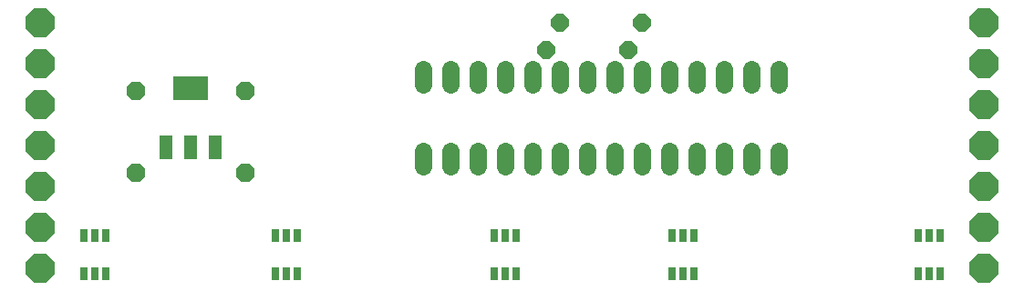
<source format=gts>
G75*
G70*
%OFA0B0*%
%FSLAX24Y24*%
%IPPOS*%
%LPD*%
%AMOC8*
5,1,8,0,0,1.08239X$1,22.5*
%
%ADD10C,0.0640*%
%ADD11R,0.0277X0.0474*%
%ADD12R,0.0474X0.0867*%
%ADD13R,0.1261X0.0867*%
%ADD14OC8,0.0640*%
%ADD15OC8,0.1080*%
%ADD16OC8,0.0680*%
D10*
X015600Y005320D02*
X015600Y005880D01*
X016600Y005880D02*
X016600Y005320D01*
X017600Y005320D02*
X017600Y005880D01*
X018600Y005880D02*
X018600Y005320D01*
X019600Y005320D02*
X019600Y005880D01*
X020600Y005880D02*
X020600Y005320D01*
X021600Y005320D02*
X021600Y005880D01*
X022600Y005880D02*
X022600Y005320D01*
X023600Y005320D02*
X023600Y005880D01*
X024600Y005880D02*
X024600Y005320D01*
X025600Y005320D02*
X025600Y005880D01*
X026600Y005880D02*
X026600Y005320D01*
X027600Y005320D02*
X027600Y005880D01*
X028600Y005880D02*
X028600Y005320D01*
X028600Y008320D02*
X028600Y008880D01*
X027600Y008880D02*
X027600Y008320D01*
X026600Y008320D02*
X026600Y008880D01*
X025600Y008880D02*
X025600Y008320D01*
X024600Y008320D02*
X024600Y008880D01*
X023600Y008880D02*
X023600Y008320D01*
X022600Y008320D02*
X022600Y008880D01*
X021600Y008880D02*
X021600Y008320D01*
X020600Y008320D02*
X020600Y008880D01*
X019600Y008880D02*
X019600Y008320D01*
X018600Y008320D02*
X018600Y008880D01*
X017600Y008880D02*
X017600Y008320D01*
X016600Y008320D02*
X016600Y008880D01*
X015600Y008880D02*
X015600Y008320D01*
D11*
X003206Y001411D03*
X003600Y001411D03*
X003994Y001411D03*
X003994Y002789D03*
X003600Y002789D03*
X003206Y002789D03*
X010206Y002789D03*
X010600Y002789D03*
X010994Y002789D03*
X010994Y001411D03*
X010600Y001411D03*
X010206Y001411D03*
X018206Y001411D03*
X018600Y001411D03*
X018994Y001411D03*
X018994Y002789D03*
X018600Y002789D03*
X018206Y002789D03*
X024706Y002789D03*
X025100Y002789D03*
X025494Y002789D03*
X025494Y001411D03*
X025100Y001411D03*
X024706Y001411D03*
X033706Y001411D03*
X034100Y001411D03*
X034494Y001411D03*
X034494Y002789D03*
X034100Y002789D03*
X033706Y002789D03*
D12*
X008006Y006017D03*
X007100Y006017D03*
X006194Y006017D03*
D13*
X007100Y008183D03*
D14*
X020100Y009600D03*
X020600Y010600D03*
X023100Y009600D03*
X023600Y010600D03*
D15*
X036100Y010600D03*
X036100Y009100D03*
X036100Y007600D03*
X036100Y006100D03*
X036100Y004600D03*
X036100Y003100D03*
X036100Y001600D03*
X001600Y001600D03*
X001600Y003100D03*
X001600Y004600D03*
X001600Y006100D03*
X001600Y007600D03*
X001600Y009100D03*
X001600Y010600D03*
D16*
X005100Y008100D03*
X009100Y008100D03*
X009100Y005100D03*
X005100Y005100D03*
M02*

</source>
